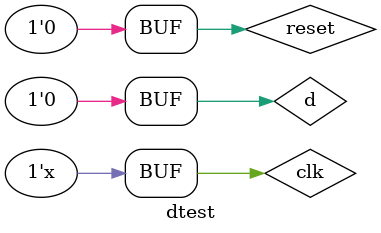
<source format=sv>
module D_FF (q, d, reset, clk);
	 output reg q;
	 input d, reset, clk;
	 always @(posedge clk)
	 if (reset)
	 q <= 0; // On reset, set to 0
	 else
	 q <= d; // Otherwise out = d
endmodule 

module dtest ();
	reg d, reset, clk;
	wire q;
	D_FF d1 (q, d, reset, clk);
	
	parameter ClockDelay = 5000;
	initial clk = 0;
	always begin
		#(ClockDelay/2); 
		clk = ~clk;
	end
	initial begin
	#(ClockDelay/2); d <= 1;
	#(ClockDelay/2); d <= 0;
	reset <=0;
	#ClockDelay;
	end
endmodule 
</source>
